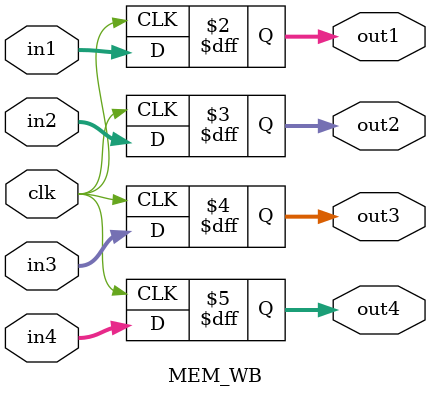
<source format=v>
`timescale 1ns / 1ps


module MEM_WB(
input clk,
input [4:0] in1,
input [31:0] in2,
input [31:0] in3,
input [1:0] in4,
output reg [4:0] out1,
output reg [31:0] out2,
output reg [31:0] out3,
output reg [1:0] out4
);
always @(posedge clk) begin
out1 = in1;
out2 = in2;
out3 = in3;
out4 = in4;
end
endmodule


</source>
